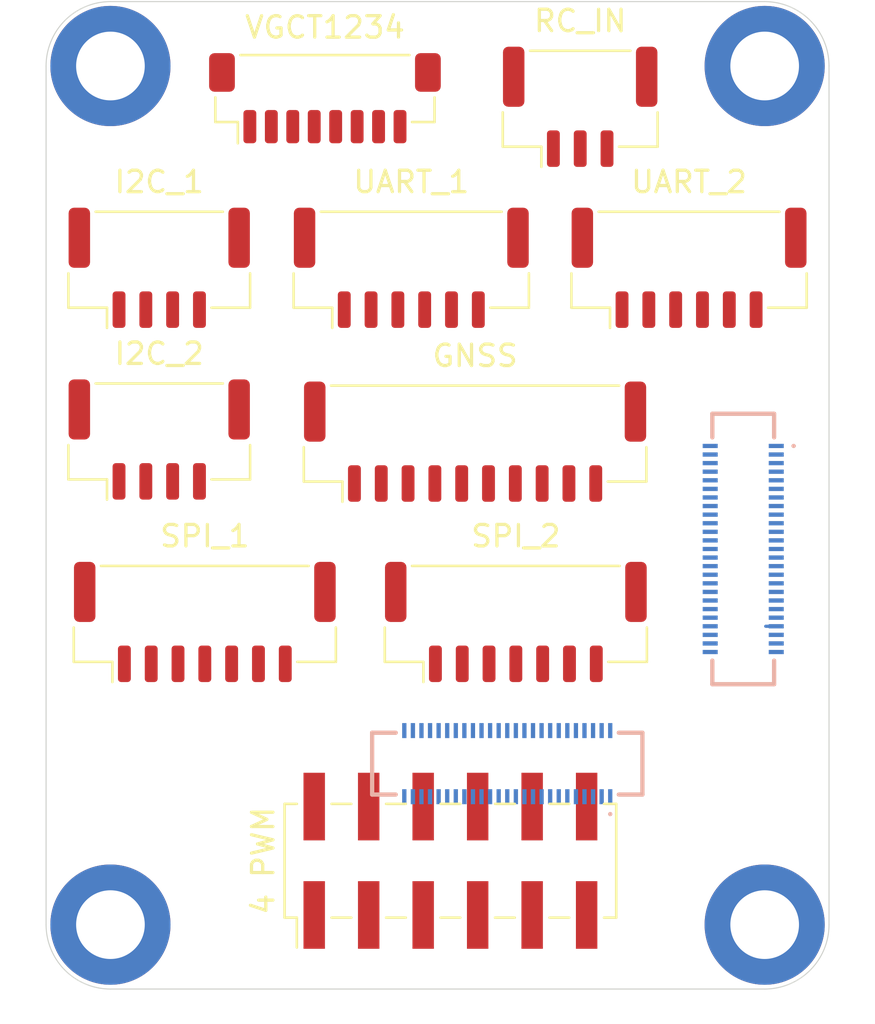
<source format=kicad_pcb>
(kicad_pcb (version 20241229) (generator "pcbnew") (generator_version "9.0")
  (layers (0 "F.Cu" signal) (4 "In1.Cu" signal) (6 "In2.Cu" signal) (2 "B.Cu" signal) (13 "F.Paste" user) (15 "B.Paste" user) (5 "F.SilkS" user "F.Silkscreen") (7 "B.SilkS" user "B.Silkscreen") (1 "F.Mask" user) (3 "B.Mask" user) (25 "Edge.Cuts" user))
  (net 0 "")
  (net 1 "GND")
  (net 2 "+5V")
  (net 3 "ANA_22{slash}OPAMP2_INN")
  (net 4 "ANA_6{slash}DAC2_OUT")
  (net 5 "P4_3{slash}FC2_P3")
  (net 6 "P1_9{slash}I3C1_SCL{slash}FC4_P1")
  (net 8 "P3_13{slash}FC6_P5")
  (net 9 "P3_10{slash}FC6_P2")
  (net 10 "P4_23{slash}FC2_P6")
  (net 11 "+1V8")
  (net 12 "P4_1{slash}FC2_P1")
  (net 13 "P4_2{slash}FC2_P2")
  (net 14 "P3_1{slash}FC6_P0")
  (net 15 "P3_21{slash}FLEXIO0_D29")
  (net 16 "P0_23{slash}FLEXIO0_D7")
  (net 17 "P2_10{slash}TRACE_DATA2")
  (net 18 "P3_6{slash}FC6_P1")
  (net 19 "VDD_BAT")
  (net 20 "P4_20{slash}FC2_P4")
  (net 21 "P1_8{slash}I3C1_SDA{slash}FC4_P0")
  (net 22 "P4_0{slash}FC2_P0")
  (net 23 "P2_11{slash}TRACE_DATA3")
  (net 24 "P3_11{slash}FC6_P3")
  (net 25 "P3_18{slash}FC6_P6")
  (net 26 "P1_23{slash}FC4_P3")
  (net 27 "P1_22{slash}FC4_P2")
  (net 28 "P0_18{slash}FC0_P2{slash}IMU_SYNC")
  (net 29 "P0_17{slash}FC0_P1")
  (net 30 "P3_4{slash}FC7_P2_SPI_SDI")
  (net 31 "P3_0{slash}SmartDMA_PIO0")
  (net 32 "P1_17{slash}FC3_P5")
  (net 33 "P3_19{slash}FC7_P6_SPI_HREQ")
  (net 34 "P1_2{slash}FC3_P2_SPI_SDI")
  (net 35 "P0_22{slash}FC0_P6")
  (net 36 "P1_16{slash}FC3_P4")
  (net 37 "P0_7{slash}FC0_P3")
  (net 38 "P1_3{slash}FC3_P3_SPI_CS0")
  (net 39 "P2_8{slash}SDHC0_D7")
  (net 40 "P3_2{slash}FC7_P0_SPI_SDO")
  (net 41 "P3_7{slash}SmartDMA_PIO7")
  (net 42 "P3_8{slash}SmartDMA_PIO8")
  (net 43 "P0_16{slash}FC0_P0")
  (net 44 "P2_1{slash}SDHC0_D4")
  (net 45 "P2_3{slash}SDHC0_D0{slash}FC9_P1_SPI_SCK")
  (net 46 "P3_5{slash}FC7_P3_SPI_CS0")
  (net 47 "P2_2{slash}SDHC0_D1{slash}FC9_P3_SPI_CS0")
  (net 48 "P2_6{slash}SDHC0_D3")
  (net 49 "P3_12{slash}FC7_P4")
  (net 50 "P3_3{slash}FC7_P1_SPI_SCK")
  (net 51 "P2_7{slash}SDHC0_D2")
  (net 52 "P3_9{slash}SmartDMA_PIO9")
  (net 53 "P2_9{slash}SDHC0_D6")
  (net 54 "P2_5{slash}SDHC0_CMD{slash}FC9_P2_SPI_SDI")
  (net 55 "P1_0{slash}FC3_P0_SPI_SDO")
  (net 56 "P2_4{slash}SDHC0_CLK{slash}FC9_P0_SPI_SDO")
  (net 57 "P1_18{slash}FC3_P6_SPI_HREQ")
  (net 58 "P1_1{slash}FC3_P1_SPI_SCK")
  (net 59 "P2_0{slash}SDHC0_D5{slash}FC9_P6_SPI_HREQ")
  (footprint "Connector_JST:JST_GH_BM06B-GHS-TBT_1x06-1MP_P1.25mm_Vertical" (layer "F.Cu") (at 134.025 64.4)
    (property "Reference" "UART_1" (at 0 -4 0) (layer "F.SilkS"))
    (property "Value" "JST_GH_BM06B-GHS-TBT_1x06-1MP_P1.25mm_Vertical" (hide yes))
    (fp_line (start -5.485 0.26) (end -5.485 1.86) (stroke (width 0.12)) (layer "F.SilkS"))
    (fp_line (start -5.485 1.86) (end -3.685 1.86) (stroke (width 0.12)) (layer "F.SilkS"))
    (fp_line (start -4.215 -2.61) (end 4.215 -2.61) (stroke (width 0.12)) (layer "F.SilkS"))
    (fp_line (start -3.685 1.86) (end -3.685 2.8) (stroke (width 0.12)) (layer "F.SilkS"))
    (fp_line (start 5.485 0.26) (end 5.485 1.86) (stroke (width 0.12)) (layer "F.SilkS"))
    (fp_line (start 5.485 1.86) (end 3.685 1.86) (stroke (width 0.12)) (layer "F.SilkS"))
    (pad "1" smd roundrect (at -3.125 1.95) (size 0.6 1.7) (layers "F.Cu" "F.Mask" "F.Paste"))
    (pad "2" smd roundrect (at -1.875 1.95) (size 0.6 1.7) (layers "F.Cu" "F.Mask" "F.Paste"))
    (pad "3" smd roundrect (at -0.625 1.95) (size 0.6 1.7) (layers "F.Cu" "F.Mask" "F.Paste"))
    (pad "4" smd roundrect (at 0.625 1.95) (size 0.6 1.7) (layers "F.Cu" "F.Mask" "F.Paste"))
    (pad "5" smd roundrect (at 1.875 1.95) (size 0.6 1.7) (layers "F.Cu" "F.Mask" "F.Paste"))
    (pad "6" smd roundrect (at 3.125 1.95) (size 0.6 1.7) (layers "F.Cu" "F.Mask" "F.Paste"))
    (pad "MP" smd roundrect (at -4.975 -1.4) (size 1 2.8) (layers "F.Cu" "F.Mask" "F.Paste"))
    (pad "MP" smd roundrect (at 4.975 -1.4) (size 1 2.8) (layers "F.Cu" "F.Mask" "F.Paste"))
  )
  (footprint "Connector_JST:JST_SH_BM08B-SRSS-TB_1x08-1MP_P1.00mm_Vertical" (layer "F.Cu") (at 130 56.5)
    (property "Reference" "VGCT1234" (at 0 -3.3 0) (layer "F.SilkS"))
    (property "Value" "JST_SH_BM08B-SRSS-TB_1x08-1MP_P1.00mm_Vertical" (hide yes))
    (fp_line (start -5.11 -0.04) (end -5.11 1.11) (stroke (width 0.12)) (layer "F.SilkS"))
    (fp_line (start -5.11 1.11) (end -4.06 1.11) (stroke (width 0.12)) (layer "F.SilkS"))
    (fp_line (start -4.06 1.11) (end -4.06 2.1) (stroke (width 0.12)) (layer "F.SilkS"))
    (fp_line (start -3.94 -2.01) (end 3.94 -2.01) (stroke (width 0.12)) (layer "F.SilkS"))
    (fp_line (start 5.11 -0.04) (end 5.11 1.11) (stroke (width 0.12)) (layer "F.SilkS"))
    (fp_line (start 5.11 1.11) (end 4.06 1.11) (stroke (width 0.12)) (layer "F.SilkS"))
    (pad "1" smd roundrect (at -3.5 1.325) (size 0.6 1.55) (layers "F.Cu" "F.Mask" "F.Paste"))
    (pad "2" smd roundrect (at -2.5 1.325) (size 0.6 1.55) (layers "F.Cu" "F.Mask" "F.Paste"))
    (pad "3" smd roundrect (at -1.5 1.325) (size 0.6 1.55) (layers "F.Cu" "F.Mask" "F.Paste"))
    (pad "4" smd roundrect (at -0.5 1.325) (size 0.6 1.55) (layers "F.Cu" "F.Mask" "F.Paste"))
    (pad "5" smd roundrect (at 0.5 1.325) (size 0.6 1.55) (layers "F.Cu" "F.Mask" "F.Paste"))
    (pad "6" smd roundrect (at 1.5 1.325) (size 0.6 1.55) (layers "F.Cu" "F.Mask" "F.Paste"))
    (pad "7" smd roundrect (at 2.5 1.325) (size 0.6 1.55) (layers "F.Cu" "F.Mask" "F.Paste"))
    (pad "8" smd roundrect (at 3.5 1.325) (size 0.6 1.55) (layers "F.Cu" "F.Mask" "F.Paste"))
    (pad "MP" smd roundrect (at -4.8 -1.2) (size 1.2 1.8) (layers "F.Cu" "F.Mask" "F.Paste") (roundrect_rratio 0.208333))
    (pad "MP" smd roundrect (at 4.8 -1.2) (size 1.2 1.8) (layers "F.Cu" "F.Mask" "F.Paste") (roundrect_rratio 0.208333))
  )
  (footprint "Connector_JST:JST_GH_BM03B-GHS-TBT_1x03-1MP_P1.25mm_Vertical" (layer "F.Cu") (at 141.9 56.9)
    (property "Reference" "RC_IN" (at 0 -4 0) (layer "F.SilkS"))
    (property "Value" "JST_GH_BM03B-GHS-TBT_1x03-1MP_P1.25mm_Vertical" (hide yes))
    (fp_line (start -3.61 0.26) (end -3.61 1.86) (stroke (width 0.12)) (layer "F.SilkS"))
    (fp_line (start -3.61 1.86) (end -1.81 1.86) (stroke (width 0.12)) (layer "F.SilkS"))
    (fp_line (start -2.34 -2.61) (end 2.34 -2.61) (stroke (width 0.12)) (layer "F.SilkS"))
    (fp_line (start -1.81 1.86) (end -1.81 2.8) (stroke (width 0.12)) (layer "F.SilkS"))
    (fp_line (start 3.61 0.26) (end 3.61 1.86) (stroke (width 0.12)) (layer "F.SilkS"))
    (fp_line (start 3.61 1.86) (end 1.81 1.86) (stroke (width 0.12)) (layer "F.SilkS"))
    (pad "1" smd roundrect (at -1.25 1.95) (size 0.6 1.7) (layers "F.Cu" "F.Mask" "F.Paste"))
    (pad "2" smd roundrect (at 0 1.95) (size 0.6 1.7) (layers "F.Cu" "F.Mask" "F.Paste"))
    (pad "3" smd roundrect (at 1.25 1.95) (size 0.6 1.7) (layers "F.Cu" "F.Mask" "F.Paste"))
    (pad "MP" smd roundrect (at -3.1 -1.4) (size 1 2.8) (layers "F.Cu" "F.Mask" "F.Paste"))
    (pad "MP" smd roundrect (at 3.1 -1.4) (size 1 2.8) (layers "F.Cu" "F.Mask" "F.Paste"))
  )
  (footprint "MountingHole:MountingHole_3.2mm_M3_DIN965_Pad" (layer "F.Cu") (at 120 95)
    (property "Reference" "H2" (hide yes))
    (property "Value" "MountingHole")
    (pad "1" thru_hole circle (at 0 0) (size 5.6 5.6) (drill 3.2) (layers "*.Cu" "*.Mask") (net 1 "GND"))
  )
  (footprint "Connector_JST:JST_GH_BM10B-GHS-TBT_1x10-1MP_P1.25mm_Vertical" (layer "F.Cu") (at 137 72.5)
    (property "Reference" "GNSS" (at 0 -4 0) (layer "F.SilkS"))
    (property "Value" "JST_GH_BM10B-GHS-TBT_1x10-1MP_P1.25mm_Vertical" (hide yes))
    (fp_line (start -7.985 0.26) (end -7.985 1.86) (stroke (width 0.12)) (layer "F.SilkS"))
    (fp_line (start -7.985 1.86) (end -6.185 1.86) (stroke (width 0.12)) (layer "F.SilkS"))
    (fp_line (start -6.715 -2.61) (end 6.715 -2.61) (stroke (width 0.12)) (layer "F.SilkS"))
    (fp_line (start -6.185 1.86) (end -6.185 2.8) (stroke (width 0.12)) (layer "F.SilkS"))
    (fp_line (start 7.985 0.26) (end 7.985 1.86) (stroke (width 0.12)) (layer "F.SilkS"))
    (fp_line (start 7.985 1.86) (end 6.185 1.86) (stroke (width 0.12)) (layer "F.SilkS"))
    (pad "1" smd roundrect (at -5.625 1.95) (size 0.6 1.7) (layers "F.Cu" "F.Mask" "F.Paste"))
    (pad "2" smd roundrect (at -4.375 1.95) (size 0.6 1.7) (layers "F.Cu" "F.Mask" "F.Paste"))
    (pad "3" smd roundrect (at -3.125 1.95) (size 0.6 1.7) (layers "F.Cu" "F.Mask" "F.Paste"))
    (pad "4" smd roundrect (at -1.875 1.95) (size 0.6 1.7) (layers "F.Cu" "F.Mask" "F.Paste"))
    (pad "5" smd roundrect (at -0.625 1.95) (size 0.6 1.7) (layers "F.Cu" "F.Mask" "F.Paste"))
    (pad "6" smd roundrect (at 0.625 1.95) (size 0.6 1.7) (layers "F.Cu" "F.Mask" "F.Paste"))
    (pad "7" smd roundrect (at 1.875 1.95) (size 0.6 1.7) (layers "F.Cu" "F.Mask" "F.Paste"))
    (pad "8" smd roundrect (at 3.125 1.95) (size 0.6 1.7) (layers "F.Cu" "F.Mask" "F.Paste"))
    (pad "9" smd roundrect (at 4.375 1.95) (size 0.6 1.7) (layers "F.Cu" "F.Mask" "F.Paste"))
    (pad "10" smd roundrect (at 5.625 1.95) (size 0.6 1.7) (layers "F.Cu" "F.Mask" "F.Paste"))
    (pad "MP" smd roundrect (at -7.475 -1.4) (size 1 2.8) (layers "F.Cu" "F.Mask" "F.Paste"))
    (pad "MP" smd roundrect (at 7.475 -1.4) (size 1 2.8) (layers "F.Cu" "F.Mask" "F.Paste"))
  )
  (footprint "MountingHole:MountingHole_3.2mm_M3_DIN965_Pad" (layer "F.Cu") (at 150.5 55)
    (property "Reference" "H3" (hide yes))
    (property "Value" "MountingHole")
    (pad "1" thru_hole circle (at 0 0) (size 5.6 5.6) (drill 3.2) (layers "*.Cu" "*.Mask") (net 1 "GND"))
  )
  (footprint "Connector_PinHeader_2.54mm:PinHeader_2x06_P2.54mm_Vertical_SMD" (layer "F.Cu") (at 135.85 92.025 90)
    (property "Reference" "4 PWM" (at 0 -8.73 90) (layer "F.SilkS"))
    (property "Value" "PinHeader_2x06_P2.54mm_Vertical_SMD" (hide yes))
    (fp_line (start 2.65 -7.73) (end 2.65 -7.16) (stroke (width 0.12)) (layer "F.SilkS"))
    (fp_line (start -2.65 -7.73) (end 2.65 -7.73) (stroke (width 0.12)) (layer "F.SilkS"))
    (fp_line (start -2.65 -7.73) (end -2.65 -7.16) (stroke (width 0.12)) (layer "F.SilkS"))
    (fp_line (start -4.04 -7.16) (end -2.65 -7.16) (stroke (width 0.12)) (layer "F.SilkS"))
    (fp_line (start 2.65 -5.54) (end 2.65 -4.62) (stroke (width 0.12)) (layer "F.SilkS"))
    (fp_line (start -2.65 -5.54) (end -2.65 -4.62) (stroke (width 0.12)) (layer "F.SilkS"))
    (fp_line (start 2.65 -3) (end 2.65 -2.08) (stroke (width 0.12)) (layer "F.SilkS"))
    (fp_line (start -2.65 -3) (end -2.65 -2.08) (stroke (width 0.12)) (layer "F.SilkS"))
    (fp_line (start 2.65 -0.46) (end 2.65 0.46) (stroke (width 0.12)) (layer "F.SilkS"))
    (fp_line (start -2.65 -0.46) (end -2.65 0.46) (stroke (width 0.12)) (layer "F.SilkS"))
    (fp_line (start 2.65 2.08) (end 2.65 3) (stroke (width 0.12)) (layer "F.SilkS"))
    (fp_line (start -2.65 2.08) (end -2.65 3) (stroke (width 0.12)) (layer "F.SilkS"))
    (fp_line (start 2.65 4.62) (end 2.65 5.54) (stroke (width 0.12)) (layer "F.SilkS"))
    (fp_line (start -2.65 4.62) (end -2.65 5.54) (stroke (width 0.12)) (layer "F.SilkS"))
    (fp_line (start 2.65 7.16) (end 2.65 7.73) (stroke (width 0.12)) (layer "F.SilkS"))
    (fp_line (start -2.65 7.16) (end -2.65 7.73) (stroke (width 0.12)) (layer "F.SilkS"))
    (fp_line (start -2.65 7.73) (end 2.65 7.73) (stroke (width 0.12)) (layer "F.SilkS"))
    (pad "1" smd rect (at -2.525 -6.35 90) (size 3.15 1) (layers "F.Cu" "F.Mask" "F.Paste"))
    (pad "2" smd rect (at 2.525 -6.35 90) (size 3.15 1) (layers "F.Cu" "F.Mask" "F.Paste"))
    (pad "3" smd rect (at -2.525 -3.81 90) (size 3.15 1) (layers "F.Cu" "F.Mask" "F.Paste"))
    (pad "4" smd rect (at 2.525 -3.81 90) (size 3.15 1) (layers "F.Cu" "F.Mask" "F.Paste"))
    (pad "5" smd rect (at -2.525 -1.27 90) (size 3.15 1) (layers "F.Cu" "F.Mask" "F.Paste"))
    (pad "6" smd rect (at 2.525 -1.27 90) (size 3.15 1) (layers "F.Cu" "F.Mask" "F.Paste"))
    (pad "7" smd rect (at -2.525 1.27 90) (size 3.15 1) (layers "F.Cu" "F.Mask" "F.Paste"))
    (pad "8" smd rect (at 2.525 1.27 90) (size 3.15 1) (layers "F.Cu" "F.Mask" "F.Paste"))
    (pad "9" smd rect (at -2.525 3.81 90) (size 3.15 1) (layers "F.Cu" "F.Mask" "F.Paste"))
    (pad "10" smd rect (at 2.525 3.81 90) (size 3.15 1) (layers "F.Cu" "F.Mask" "F.Paste"))
    (pad "11" smd rect (at -2.525 6.35 90) (size 3.15 1) (layers "F.Cu" "F.Mask" "F.Paste"))
    (pad "12" smd rect (at 2.525 6.35 90) (size 3.15 1) (layers "F.Cu" "F.Mask" "F.Paste"))
  )
  (footprint "Connector_JST:JST_GH_BM07B-GHS-TBT_1x07-1MP_P1.25mm_Vertical" (layer "F.Cu") (at 138.9 80.9)
    (property "Reference" "SPI_2" (at 0 -4 0) (layer "F.SilkS"))
    (property "Value" "JST_GH_BM07B-GHS-TBT_1x07-1MP_P1.25mm_Vertical" (hide yes))
    (fp_line (start -6.11 0.26) (end -6.11 1.86) (stroke (width 0.12)) (layer "F.SilkS"))
    (fp_line (start -6.11 1.86) (end -4.31 1.86) (stroke (width 0.12)) (layer "F.SilkS"))
    (fp_line (start -4.84 -2.61) (end 4.84 -2.61) (stroke (width 0.12)) (layer "F.SilkS"))
    (fp_line (start -4.31 1.86) (end -4.31 2.8) (stroke (width 0.12)) (layer "F.SilkS"))
    (fp_line (start 6.11 0.26) (end 6.11 1.86) (stroke (width 0.12)) (layer "F.SilkS"))
    (fp_line (start 6.11 1.86) (end 4.31 1.86) (stroke (width 0.12)) (layer "F.SilkS"))
    (pad "1" smd roundrect (at -3.75 1.95) (size 0.6 1.7) (layers "F.Cu" "F.Mask" "F.Paste"))
    (pad "2" smd roundrect (at -2.5 1.95) (size 0.6 1.7) (layers "F.Cu" "F.Mask" "F.Paste"))
    (pad "3" smd roundrect (at -1.25 1.95) (size 0.6 1.7) (layers "F.Cu" "F.Mask" "F.Paste"))
    (pad "4" smd roundrect (at 0 1.95) (size 0.6 1.7) (layers "F.Cu" "F.Mask" "F.Paste"))
    (pad "5" smd roundrect (at 1.25 1.95) (size 0.6 1.7) (layers "F.Cu" "F.Mask" "F.Paste"))
    (pad "6" smd roundrect (at 2.5 1.95) (size 0.6 1.7) (layers "F.Cu" "F.Mask" "F.Paste"))
    (pad "7" smd roundrect (at 3.75 1.95) (size 0.6 1.7) (layers "F.Cu" "F.Mask" "F.Paste"))
    (pad "MP" smd roundrect (at -5.6 -1.4) (size 1 2.8) (layers "F.Cu" "F.Mask" "F.Paste"))
    (pad "MP" smd roundrect (at 5.6 -1.4) (size 1 2.8) (layers "F.Cu" "F.Mask" "F.Paste"))
  )
  (footprint "MountingHole:MountingHole_3.2mm_M3_DIN965_Pad" (layer "F.Cu") (at 150.5 95)
    (property "Reference" "H4" (hide yes))
    (property "Value" "MountingHole")
    (pad "1" thru_hole circle (at 0 0) (size 5.6 5.6) (drill 3.2) (layers "*.Cu" "*.Mask") (net 1 "GND"))
  )
  (footprint "Connector_JST:JST_GH_BM04B-GHS-TBT_1x04-1MP_P1.25mm_Vertical" (layer "F.Cu") (at 122.275 64.4)
    (property "Reference" "I2C_1" (at 0 -4 0) (layer "F.SilkS"))
    (property "Value" "JST_GH_BM04B-GHS-TBT_1x04-1MP_P1.25mm_Vertical" (hide yes))
    (fp_line (start -4.235 0.26) (end -4.235 1.86) (stroke (width 0.12)) (layer "F.SilkS"))
    (fp_line (start -4.235 1.86) (end -2.435 1.86) (stroke (width 0.12)) (layer "F.SilkS"))
    (fp_line (start -2.965 -2.61) (end 2.965 -2.61) (stroke (width 0.12)) (layer "F.SilkS"))
    (fp_line (start -2.435 1.86) (end -2.435 2.8) (stroke (width 0.12)) (layer "F.SilkS"))
    (fp_line (start 4.235 0.26) (end 4.235 1.86) (stroke (width 0.12)) (layer "F.SilkS"))
    (fp_line (start 4.235 1.86) (end 2.435 1.86) (stroke (width 0.12)) (layer "F.SilkS"))
    (pad "1" smd roundrect (at -1.875 1.95) (size 0.6 1.7) (layers "F.Cu" "F.Mask" "F.Paste"))
    (pad "2" smd roundrect (at -0.625 1.95) (size 0.6 1.7) (layers "F.Cu" "F.Mask" "F.Paste"))
    (pad "3" smd roundrect (at 0.625 1.95) (size 0.6 1.7) (layers "F.Cu" "F.Mask" "F.Paste"))
    (pad "4" smd roundrect (at 1.875 1.95) (size 0.6 1.7) (layers "F.Cu" "F.Mask" "F.Paste"))
    (pad "MP" smd roundrect (at -3.725 -1.4) (size 1 2.8) (layers "F.Cu" "F.Mask" "F.Paste"))
    (pad "MP" smd roundrect (at 3.725 -1.4) (size 1 2.8) (layers "F.Cu" "F.Mask" "F.Paste"))
  )
  (footprint "Connector_JST:JST_GH_BM06B-GHS-TBT_1x06-1MP_P1.25mm_Vertical" (layer "F.Cu") (at 146.975 64.4)
    (property "Reference" "UART_2" (at 0 -4 0) (layer "F.SilkS"))
    (property "Value" "JST_GH_BM06B-GHS-TBT_1x06-1MP_P1.25mm_Vertical" (hide yes))
    (fp_line (start -5.485 0.26) (end -5.485 1.86) (stroke (width 0.12)) (layer "F.SilkS"))
    (fp_line (start -5.485 1.86) (end -3.685 1.86) (stroke (width 0.12)) (layer "F.SilkS"))
    (fp_line (start -4.215 -2.61) (end 4.215 -2.61) (stroke (width 0.12)) (layer "F.SilkS"))
    (fp_line (start -3.685 1.86) (end -3.685 2.8) (stroke (width 0.12)) (layer "F.SilkS"))
    (fp_line (start 5.485 0.26) (end 5.485 1.86) (stroke (width 0.12)) (layer "F.SilkS"))
    (fp_line (start 5.485 1.86) (end 3.685 1.86) (stroke (width 0.12)) (layer "F.SilkS"))
    (pad "1" smd roundrect (at -3.125 1.95) (size 0.6 1.7) (layers "F.Cu" "F.Mask" "F.Paste"))
    (pad "2" smd roundrect (at -1.875 1.95) (size 0.6 1.7) (layers "F.Cu" "F.Mask" "F.Paste"))
    (pad "3" smd roundrect (at -0.625 1.95) (size 0.6 1.7) (layers "F.Cu" "F.Mask" "F.Paste"))
    (pad "4" smd roundrect (at 0.625 1.95) (size 0.6 1.7) (layers "F.Cu" "F.Mask" "F.Paste"))
    (pad "5" smd roundrect (at 1.875 1.95) (size 0.6 1.7) (layers "F.Cu" "F.Mask" "F.Paste"))
    (pad "6" smd roundrect (at 3.125 1.95) (size 0.6 1.7) (layers "F.Cu" "F.Mask" "F.Paste"))
    (pad "MP" smd roundrect (at -4.975 -1.4) (size 1 2.8) (layers "F.Cu" "F.Mask" "F.Paste"))
    (pad "MP" smd roundrect (at 4.975 -1.4) (size 1 2.8) (layers "F.Cu" "F.Mask" "F.Paste"))
  )
  (footprint "MountingHole:MountingHole_3.2mm_M3_DIN965_Pad" (layer "F.Cu") (at 120 55)
    (property "Reference" "H1" (hide yes))
    (property "Value" "MountingHole")
    (pad "1" thru_hole circle (at 0 0) (size 5.6 5.6) (drill 3.2) (layers "*.Cu" "*.Mask") (net 1 "GND"))
  )
  (footprint "Connector_JST:JST_GH_BM04B-GHS-TBT_1x04-1MP_P1.25mm_Vertical" (layer "F.Cu") (at 122.275 72.4)
    (property "Reference" "I2C_2" (at 0 -4 0) (layer "F.SilkS"))
    (property "Value" "JST_GH_BM04B-GHS-TBT_1x04-1MP_P1.25mm_Vertical" (hide yes))
    (fp_line (start -4.235 0.26) (end -4.235 1.86) (stroke (width 0.12)) (layer "F.SilkS"))
    (fp_line (start -4.235 1.86) (end -2.435 1.86) (stroke (width 0.12)) (layer "F.SilkS"))
    (fp_line (start -2.965 -2.61) (end 2.965 -2.61) (stroke (width 0.12)) (layer "F.SilkS"))
    (fp_line (start -2.435 1.86) (end -2.435 2.8) (stroke (width 0.12)) (layer "F.SilkS"))
    (fp_line (start 4.235 0.26) (end 4.235 1.86) (stroke (width 0.12)) (layer "F.SilkS"))
    (fp_line (start 4.235 1.86) (end 2.435 1.86) (stroke (width 0.12)) (layer "F.SilkS"))
    (pad "1" smd roundrect (at -1.875 1.95) (size 0.6 1.7) (layers "F.Cu" "F.Mask" "F.Paste"))
    (pad "2" smd roundrect (at -0.625 1.95) (size 0.6 1.7) (layers "F.Cu" "F.Mask" "F.Paste"))
    (pad "3" smd roundrect (at 0.625 1.95) (size 0.6 1.7) (layers "F.Cu" "F.Mask" "F.Paste"))
    (pad "4" smd roundrect (at 1.875 1.95) (size 0.6 1.7) (layers "F.Cu" "F.Mask" "F.Paste"))
    (pad "MP" smd roundrect (at -3.725 -1.4) (size 1 2.8) (layers "F.Cu" "F.Mask" "F.Paste"))
    (pad "MP" smd roundrect (at 3.725 -1.4) (size 1 2.8) (layers "F.Cu" "F.Mask" "F.Paste"))
  )
  (footprint "Connector_JST:JST_GH_BM07B-GHS-TBT_1x07-1MP_P1.25mm_Vertical" (layer "F.Cu") (at 124.4 80.9)
    (property "Reference" "SPI_1" (at 0 -4 0) (layer "F.SilkS"))
    (property "Value" "JST_GH_BM07B-GHS-TBT_1x07-1MP_P1.25mm_Vertical" (hide yes))
    (fp_line (start -6.11 0.26) (end -6.11 1.86) (stroke (width 0.12)) (layer "F.SilkS"))
    (fp_line (start -6.11 1.86) (end -4.31 1.86) (stroke (width 0.12)) (layer "F.SilkS"))
    (fp_line (start -4.84 -2.61) (end 4.84 -2.61) (stroke (width 0.12)) (layer "F.SilkS"))
    (fp_line (start -4.31 1.86) (end -4.31 2.8) (stroke (width 0.12)) (layer "F.SilkS"))
    (fp_line (start 6.11 0.26) (end 6.11 1.86) (stroke (width 0.12)) (layer "F.SilkS"))
    (fp_line (start 6.11 1.86) (end 4.31 1.86) (stroke (width 0.12)) (layer "F.SilkS"))
    (pad "1" smd roundrect (at -3.75 1.95) (size 0.6 1.7) (layers "F.Cu" "F.Mask" "F.Paste"))
    (pad "2" smd roundrect (at -2.5 1.95) (size 0.6 1.7) (layers "F.Cu" "F.Mask" "F.Paste"))
    (pad "3" smd roundrect (at -1.25 1.95) (size 0.6 1.7) (layers "F.Cu" "F.Mask" "F.Paste"))
    (pad "4" smd roundrect (at 0 1.95) (size 0.6 1.7) (layers "F.Cu" "F.Mask" "F.Paste"))
    (pad "5" smd roundrect (at 1.25 1.95) (size 0.6 1.7) (layers "F.Cu" "F.Mask" "F.Paste"))
    (pad "6" smd roundrect (at 2.5 1.95) (size 0.6 1.7) (layers "F.Cu" "F.Mask" "F.Paste"))
    (pad "7" smd roundrect (at 3.75 1.95) (size 0.6 1.7) (layers "F.Cu" "F.Mask" "F.Paste"))
    (pad "MP" smd roundrect (at -5.6 -1.4) (size 1 2.8) (layers "F.Cu" "F.Mask" "F.Paste"))
    (pad "MP" smd roundrect (at 5.6 -1.4) (size 1 2.8) (layers "F.Cu" "F.Mask" "F.Paste"))
  )
  (footprint "Connectors:DF40TC(4.0)-50DS-0.4V(51)" (layer "B.Cu") (at 149.5 77.5 -90)
    (property "Reference" "J2" (hide yes))
    (property "Value" "DF40TC(4.0)-50DS-0.4V(51)" (hide yes))
    (fp_line (start -6.3 1.44) (end -5.2 1.44) (stroke (width 0.2)) (layer "B.SilkS"))
    (fp_line (start 6.3 1.44) (end 5.2 1.44) (stroke (width 0.2)) (layer "B.SilkS"))
    (fp_line (start -6.3 -1.44) (end -6.3 1.44) (stroke (width 0.2)) (layer "B.SilkS"))
    (fp_line (start -5.2 -1.44) (end -6.3 -1.44) (stroke (width 0.2)) (layer "B.SilkS"))
    (fp_line (start 5.2 -1.44) (end 6.3 -1.44) (stroke (width 0.2)) (layer "B.SilkS"))
    (fp_line (start 6.3 -1.44) (end 6.3 1.44) (stroke (width 0.2)) (layer "B.SilkS"))
    (fp_line (start -4.8 -2.3) (end -4.8 -2.3) (stroke (width 0.1)) (layer "B.SilkS"))
    (fp_line (start -4.8 -2.4) (end -4.8 -2.4) (stroke (width 0.1)) (layer "B.SilkS"))
    (fp_arc (start -4.8 -2.3) (mid -4.85 -2.35) (end -4.8 -2.4) (stroke (width 0.1)) (layer "B.SilkS"))
    (fp_arc (start -4.8 -2.4) (mid -4.75 -2.35) (end -4.8 -2.3) (stroke (width 0.1)) (layer "B.SilkS"))
    (pad "1" smd rect (at -4.8 -1.54 270) (size 0.2 0.7) (layers "B.Cu" "B.Mask" "B.Paste") (net 1 "GND"))
    (pad "2" smd rect (at -4.8 1.54 270) (size 0.2 0.7) (layers "B.Cu" "B.Mask" "B.Paste") (net 1 "GND"))
    (pad "3" smd rect (at -4.4 -1.54 270) (size 0.2 0.7) (layers "B.Cu" "B.Mask" "B.Paste") (net 31 "P3_0{slash}SmartDMA_PIO0"))
    (pad "4" smd rect (at -4.4 1.54 270) (size 0.2 0.7) (layers "B.Cu" "B.Mask" "B.Paste") (net 54 "P2_5{slash}SDHC0_CMD{slash}FC9_P2_SPI_SDI"))
    (pad "5" smd rect (at -4 -1.54 270) (size 0.2 0.7) (layers "B.Cu" "B.Mask" "B.Paste") (net 41 "P3_7{slash}SmartDMA_PIO7"))
    (pad "6" smd rect (at -4 1.54 270) (size 0.2 0.7) (layers "B.Cu" "B.Mask" "B.Paste") (net 56 "P2_4{slash}SDHC0_CLK{slash}FC9_P0_SPI_SDO"))
    (pad "7" smd rect (at -3.6 -1.54 270) (size 0.2 0.7) (layers "B.Cu" "B.Mask" "B.Paste") (net 1 "GND"))
    (pad "8" smd rect (at -3.6 1.54 270) (size 0.2 0.7) (layers "B.Cu" "B.Mask" "B.Paste") (net 1 "GND"))
    (pad "9" smd rect (at -3.2 -1.54 270) (size 0.2 0.7) (layers "B.Cu" "B.Mask" "B.Paste") (net 42 "P3_8{slash}SmartDMA_PIO8"))
    (pad "10" smd rect (at -3.2 1.54 270) (size 0.2 0.7) (layers "B.Cu" "B.Mask" "B.Paste") (net 45 "P2_3{slash}SDHC0_D0{slash}FC9_P1_SPI_SCK"))
    (pad "11" smd rect (at -2.8 -1.54 270) (size 0.2 0.7) (layers "B.Cu" "B.Mask" "B.Paste") (net 52 "P3_9{slash}SmartDMA_PIO9"))
    (pad "12" smd rect (at -2.8 1.54 270) (size 0.2 0.7) (layers "B.Cu" "B.Mask" "B.Paste") (net 47 "P2_2{slash}SDHC0_D1{slash}FC9_P3_SPI_CS0"))
    (pad "13" smd rect (at -2.4 -1.54 270) (size 0.2 0.7) (layers "B.Cu" "B.Mask" "B.Paste") (net 1 "GND"))
    (pad "14" smd rect (at -2.4 1.54 270) (size 0.2 0.7) (layers "B.Cu" "B.Mask" "B.Paste") (net 1 "GND"))
    (pad "15" smd rect (at -2 -1.54 270) (size 0.2 0.7) (layers "B.Cu" "B.Mask" "B.Paste") (net 55 "P1_0{slash}FC3_P0_SPI_SDO"))
    (pad "16" smd rect (at -2 1.54 270) (size 0.2 0.7) (layers "B.Cu" "B.Mask" "B.Paste") (net 51 "P2_7{slash}SDHC0_D2"))
    (pad "17" smd rect (at -1.6 -1.54 270) (size 0.2 0.7) (layers "B.Cu" "B.Mask" "B.Paste") (net 58 "P1_1{slash}FC3_P1_SPI_SCK"))
    (pad "18" smd rect (at -1.6 1.54 270) (size 0.2 0.7) (layers "B.Cu" "B.Mask" "B.Paste") (net 48 "P2_6{slash}SDHC0_D3"))
    (pad "19" smd rect (at -1.2 -1.54 270) (size 0.2 0.7) (layers "B.Cu" "B.Mask" "B.Paste") (net 1 "GND"))
    (pad "20" smd rect (at -1.2 1.54 270) (size 0.2 0.7) (layers "B.Cu" "B.Mask" "B.Paste") (net 1 "GND"))
    (pad "21" smd rect (at -0.8 -1.54 270) (size 0.2 0.7) (layers "B.Cu" "B.Mask" "B.Paste") (net 34 "P1_2{slash}FC3_P2_SPI_SDI"))
    (pad "22" smd rect (at -0.8 1.54 270) (size 0.2 0.7) (layers "B.Cu" "B.Mask" "B.Paste") (net 44 "P2_1{slash}SDHC0_D4"))
    (pad "23" smd rect (at -0.4 -1.54 270) (size 0.2 0.7) (layers "B.Cu" "B.Mask" "B.Paste") (net 38 "P1_3{slash}FC3_P3_SPI_CS0"))
    (pad "24" smd rect (at -0.4 1.54 270) (size 0.2 0.7) (layers "B.Cu" "B.Mask" "B.Paste") (net 59 "P2_0{slash}SDHC0_D5{slash}FC9_P6_SPI_HREQ"))
    (pad "25" smd rect (at 0 -1.54 270) (size 0.2 0.7) (layers "B.Cu" "B.Mask" "B.Paste") (net 1 "GND"))
    (pad "26" smd rect (at 0 1.54 270) (size 0.2 0.7) (layers "B.Cu" "B.Mask" "B.Paste") (net 1 "GND"))
    (pad "27" smd rect (at 0.4 -1.54 270) (size 0.2 0.7) (layers "B.Cu" "B.Mask" "B.Paste") (net 57 "P1_18{slash}FC3_P6_SPI_HREQ"))
    (pad "28" smd rect (at 0.4 1.54 270) (size 0.2 0.7) (layers "B.Cu" "B.Mask" "B.Paste") (net 53 "P2_9{slash}SDHC0_D6"))
    (pad "29" smd rect (at 0.8 -1.54 270) (size 0.2 0.7) (layers "B.Cu" "B.Mask" "B.Paste") (net 1 "GND"))
    (pad "30" smd rect (at 0.8 1.54 270) (size 0.2 0.7) (layers "B.Cu" "B.Mask" "B.Paste") (net 39 "P2_8{slash}SDHC0_D7"))
    (pad "31" smd rect (at 1.2 -1.54 270) (size 0.2 0.7) (layers "B.Cu" "B.Mask" "B.Paste") (net 36 "P1_16{slash}FC3_P4"))
    (pad "32" smd rect (at 1.2 1.54 270) (size 0.2 0.7) (layers "B.Cu" "B.Mask" "B.Paste") (net 1 "GND"))
    (pad "33" smd rect (at 1.6 -1.54 270) (size 0.2 0.7) (layers "B.Cu" "B.Mask" "B.Paste") (net 32 "P1_17{slash}FC3_P5"))
    (pad "34" smd rect (at 1.6 1.54 270) (size 0.2 0.7) (layers "B.Cu" "B.Mask" "B.Paste") (net 40 "P3_2{slash}FC7_P0_SPI_SDO"))
    (pad "35" smd rect (at 2 -1.54 270) (size 0.2 0.7) (layers "B.Cu" "B.Mask" "B.Paste") (net 1 "GND"))
    (pad "36" smd rect (at 2 1.54 270) (size 0.2 0.7) (layers "B.Cu" "B.Mask" "B.Paste") (net 50 "P3_3{slash}FC7_P1_SPI_SCK"))
    (pad "37" smd rect (at 2.4 -1.54 270) (size 0.2 0.7) (layers "B.Cu" "B.Mask" "B.Paste") (net 43 "P0_16{slash}FC0_P0"))
    (pad "38" smd rect (at 2.4 1.54 270) (size 0.2 0.7) (layers "B.Cu" "B.Mask" "B.Paste") (net 1 "GND"))
    (pad "39" smd rect (at 2.8 -1.54 270) (size 0.2 0.7) (layers "B.Cu" "B.Mask" "B.Paste") (net 29 "P0_17{slash}FC0_P1"))
    (pad "40" smd rect (at 2.8 1.54 270) (size 0.2 0.7) (layers "B.Cu" "B.Mask" "B.Paste") (net 30 "P3_4{slash}FC7_P2_SPI_SDI"))
    (pad "41" smd rect (at 3.2 -1.54 270) (size 0.2 0.7) (layers "B.Cu" "B.Mask" "B.Paste") (net 1 "GND"))
    (pad "42" smd rect (at 3.2 1.54 270) (size 0.2 0.7) (layers "B.Cu" "B.Mask" "B.Paste") (net 46 "P3_5{slash}FC7_P3_SPI_CS0"))
    (pad "43" smd rect (at 3.6 -1.54 270) (size 0.2 0.7) (layers "B.Cu" "B.Mask" "B.Paste") (net 28 "P0_18{slash}FC0_P2{slash}IMU_SYNC"))
    (pad "44" smd rect (at 3.6 1.54 270) (size 0.2 0.7) (layers "B.Cu" "B.Mask" "B.Paste") (net 1 "GND"))
    (pad "45" smd rect (at 4 -1.54 270) (size 0.2 0.7) (layers "B.Cu" "B.Mask" "B.Paste") (net 37 "P0_7{slash}FC0_P3"))
    (pad "46" smd rect (at 4 1.54 270) (size 0.2 0.7) (layers "B.Cu" "B.Mask" "B.Paste") (net 33 "P3_19{slash}FC7_P6_SPI_HREQ"))
    (pad "47" smd rect (at 4.4 -1.54 270) (size 0.2 0.7) (layers "B.Cu" "B.Mask" "B.Paste") (net 35 "P0_22{slash}FC0_P6"))
    (pad "48" smd rect (at 4.4 1.54 270) (size 0.2 0.7) (layers "B.Cu" "B.Mask" "B.Paste") (net 49 "P3_12{slash}FC7_P4"))
    (pad "49" smd rect (at 4.8 -1.54 270) (size 0.2 0.7) (layers "B.Cu" "B.Mask" "B.Paste") (net 1 "GND"))
    (pad "50" smd rect (at 4.8 1.54 270) (size 0.2 0.7) (layers "B.Cu" "B.Mask" "B.Paste") (net 1 "GND"))
  )
  (footprint "Connectors:DF40TC(4.0)-50DS-0.4V(51)" (layer "B.Cu") (at 138.5 87.5 180)
    (property "Reference" "J1" (hide yes))
    (property "Value" "DF40TC(4.0)-50DS-0.4V(51)" (hide yes))
    (fp_line (start 6.3 1.44) (end 5.2 1.44) (stroke (width 0.2)) (layer "B.SilkS"))
    (fp_line (start 6.3 -1.44) (end 6.3 1.44) (stroke (width 0.2)) (layer "B.SilkS"))
    (fp_line (start 5.2 -1.44) (end 6.3 -1.44) (stroke (width 0.2)) (layer "B.SilkS"))
    (fp_line (start -4.8 -2.3) (end -4.8 -2.3) (stroke (width 0.1)) (layer "B.SilkS"))
    (fp_line (start -4.8 -2.4) (end -4.8 -2.4) (stroke (width 0.1)) (layer "B.SilkS"))
    (fp_line (start -5.2 -1.44) (end -6.3 -1.44) (stroke (width 0.2)) (layer "B.SilkS"))
    (fp_line (start -6.3 1.44) (end -5.2 1.44) (stroke (width 0.2)) (layer "B.SilkS"))
    (fp_line (start -6.3 -1.44) (end -6.3 1.44) (stroke (width 0.2)) (layer "B.SilkS"))
    (fp_arc (start -4.8 -2.3) (mid -4.85 -2.35) (end -4.8 -2.4) (stroke (width 0.1)) (layer "B.SilkS"))
    (fp_arc (start -4.8 -2.4) (mid -4.75 -2.35) (end -4.8 -2.3) (stroke (width 0.1)) (layer "B.SilkS"))
    (pad "1" smd rect (at -4.8 -1.54 180) (size 0.2 0.7) (layers "B.Cu" "B.Mask" "B.Paste") (net 1 "GND"))
    (pad "2" smd rect (at -4.8 1.54 180) (size 0.2 0.7) (layers "B.Cu" "B.Mask" "B.Paste") (net 1 "GND"))
    (pad "3" smd rect (at -4.4 -1.54 180) (size 0.2 0.7) (layers "B.Cu" "B.Mask" "B.Paste") (net 2 "+5V"))
    (pad "4" smd rect (at -4.4 1.54 180) (size 0.2 0.7) (layers "B.Cu" "B.Mask" "B.Paste") (net 2 "+5V"))
    (pad "5" smd rect (at -4 -1.54 180) (size 0.2 0.7) (layers "B.Cu" "B.Mask" "B.Paste") (net 2 "+5V"))
    (pad "6" smd rect (at -4 1.54 180) (size 0.2 0.7) (layers "B.Cu" "B.Mask" "B.Paste") (net 2 "+5V"))
    (pad "7" smd rect (at -3.6 -1.54 180) (size 0.2 0.7) (layers "B.Cu" "B.Mask" "B.Paste") (net 1 "GND"))
    (pad "8" smd rect (at -3.6 1.54 180) (size 0.2 0.7) (layers "B.Cu" "B.Mask" "B.Paste") (net 1 "GND"))
    (pad "9" smd rect (at -3.2 -1.54 180) (size 0.2 0.7) (layers "B.Cu" "B.Mask" "B.Paste") (net 19 "VDD_BAT"))
    (pad "10" smd rect (at -3.2 1.54 180) (size 0.2 0.7) (layers "B.Cu" "B.Mask" "B.Paste") (net 19 "VDD_BAT"))
    (pad "11" smd rect (at -2.8 -1.54 180) (size 0.2 0.7) (layers "B.Cu" "B.Mask" "B.Paste") (net 1 "GND"))
    (pad "12" smd rect (at -2.8 1.54 180) (size 0.2 0.7) (layers "B.Cu" "B.Mask" "B.Paste") (net 19 "VDD_BAT"))
    (pad "13" smd rect (at -2.4 -1.54 180) (size 0.2 0.7) (layers "B.Cu" "B.Mask" "B.Paste") (net 21 "P1_8{slash}I3C1_SDA{slash}FC4_P0"))
    (pad "14" smd rect (at -2.4 1.54 180) (size 0.2 0.7) (layers "B.Cu" "B.Mask" "B.Paste") (net 1 "GND"))
    (pad "15" smd rect (at -2 -1.54 180) (size 0.2 0.7) (layers "B.Cu" "B.Mask" "B.Paste") (net 6 "P1_9{slash}I3C1_SCL{slash}FC4_P1"))
    (pad "16" smd rect (at -2 1.54 180) (size 0.2 0.7) (layers "B.Cu" "B.Mask" "B.Paste") (net 1 "GND"))
    (pad "17" smd rect (at -1.6 -1.54 180) (size 0.2 0.7) (layers "B.Cu" "B.Mask" "B.Paste") (net 1 "GND"))
    (pad "18" smd rect (at -1.6 1.54 180) (size 0.2 0.7) (layers "B.Cu" "B.Mask" "B.Paste") (net 11 "+1V8"))
    (pad "19" smd rect (at -1.2 -1.54 180) (size 0.2 0.7) (layers "B.Cu" "B.Mask" "B.Paste") (net 27 "P1_22{slash}FC4_P2"))
    (pad "20" smd rect (at -1.2 1.54 180) (size 0.2 0.7) (layers "B.Cu" "B.Mask" "B.Paste") (net 1 "GND"))
    (pad "21" smd rect (at -0.8 -1.54 180) (size 0.2 0.7) (layers "B.Cu" "B.Mask" "B.Paste") (net 26 "P1_23{slash}FC4_P3"))
    (pad "22" smd rect (at -0.8 1.54 180) (size 0.2 0.7) (layers "B.Cu" "B.Mask" "B.Paste") (net 22 "P4_0{slash}FC2_P0"))
    (pad "23" smd rect (at -0.4 -1.54 180) (size 0.2 0.7) (layers "B.Cu" "B.Mask" "B.Paste") (net 1 "GND"))
    (pad "24" smd rect (at -0.4 1.54 180) (size 0.2 0.7) (layers "B.Cu" "B.Mask" "B.Paste") (net 12 "P4_1{slash}FC2_P1"))
    (pad "25" smd rect (at 0 -1.54 180) (size 0.2 0.7) (layers "B.Cu" "B.Mask" "B.Paste") (net 14 "P3_1{slash}FC6_P0"))
    (pad "26" smd rect (at 0 1.54 180) (size 0.2 0.7) (layers "B.Cu" "B.Mask" "B.Paste") (net 1 "GND"))
    (pad "27" smd rect (at 0.4 -1.54 180) (size 0.2 0.7) (layers "B.Cu" "B.Mask" "B.Paste") (net 18 "P3_6{slash}FC6_P1"))
    (pad "28" smd rect (at 0.4 1.54 180) (size 0.2 0.7) (layers "B.Cu" "B.Mask" "B.Paste") (net 13 "P4_2{slash}FC2_P2"))
    (pad "29" smd rect (at 0.8 -1.54 180) (size 0.2 0.7) (layers "B.Cu" "B.Mask" "B.Paste") (net 1 "GND"))
    (pad "30" smd rect (at 0.8 1.54 180) (size 0.2 0.7) (layers "B.Cu" "B.Mask" "B.Paste") (net 5 "P4_3{slash}FC2_P3"))
    (pad "31" smd rect (at 1.2 -1.54 180) (size 0.2 0.7) (layers "B.Cu" "B.Mask" "B.Paste") (net 9 "P3_10{slash}FC6_P2"))
    (pad "32" smd rect (at 1.2 1.54 180) (size 0.2 0.7) (layers "B.Cu" "B.Mask" "B.Paste") (net 1 "GND"))
    (pad "33" smd rect (at 1.6 -1.54 180) (size 0.2 0.7) (layers "B.Cu" "B.Mask" "B.Paste") (net 24 "P3_11{slash}FC6_P3"))
    (pad "34" smd rect (at 1.6 1.54 180) (size 0.2 0.7) (layers "B.Cu" "B.Mask" "B.Paste") (net 10 "P4_23{slash}FC2_P6"))
    (pad "35" smd rect (at 2 -1.54 180) (size 0.2 0.7) (layers "B.Cu" "B.Mask" "B.Paste") (net 1 "GND"))
    (pad "36" smd rect (at 2 1.54 180) (size 0.2 0.7) (layers "B.Cu" "B.Mask" "B.Paste") (net 20 "P4_20{slash}FC2_P4"))
    (pad "37" smd rect (at 2.4 -1.54 180) (size 0.2 0.7) (layers "B.Cu" "B.Mask" "B.Paste") (net 25 "P3_18{slash}FC6_P6"))
    (pad "38" smd rect (at 2.4 1.54 180) (size 0.2 0.7) (layers "B.Cu" "B.Mask" "B.Paste") (net 1 "GND"))
    (pad "39" smd rect (at 2.8 -1.54 180) (size 0.2 0.7) (layers "B.Cu" "B.Mask" "B.Paste") (net 8 "P3_13{slash}FC6_P5"))
    (pad "40" smd rect (at 2.8 1.54 180) (size 0.2 0.7) (layers "B.Cu" "B.Mask" "B.Paste") (net 3 "ANA_22{slash}OPAMP2_INN"))
    (pad "41" smd rect (at 3.2 -1.54 180) (size 0.2 0.7) (layers "B.Cu" "B.Mask" "B.Paste") (net 1 "GND"))
    (pad "42" smd rect (at 3.2 1.54 180) (size 0.2 0.7) (layers "B.Cu" "B.Mask" "B.Paste") (net 4 "ANA_6{slash}DAC2_OUT"))
    (pad "43" smd rect (at 3.6 -1.54 180) (size 0.2 0.7) (layers "B.Cu" "B.Mask" "B.Paste") (net 17 "P2_10{slash}TRACE_DATA2"))
    (pad "44" smd rect (at 3.6 1.54 180) (size 0.2 0.7) (layers "B.Cu" "B.Mask" "B.Paste") (net 1 "GND"))
    (pad "45" smd rect (at 4 -1.54 180) (size 0.2 0.7) (layers "B.Cu" "B.Mask" "B.Paste") (net 23 "P2_11{slash}TRACE_DATA3"))
    (pad "46" smd rect (at 4 1.54 180) (size 0.2 0.7) (layers "B.Cu" "B.Mask" "B.Paste") (net 16 "P0_23{slash}FLEXIO0_D7"))
    (pad "47" smd rect (at 4.4 -1.54 180) (size 0.2 0.7) (layers "B.Cu" "B.Mask" "B.Paste"))
    (pad "48" smd rect (at 4.4 1.54 180) (size 0.2 0.7) (layers "B.Cu" "B.Mask" "B.Paste") (net 15 "P3_21{slash}FLEXIO0_D29"))
    (pad "49" smd rect (at 4.8 -1.54 180) (size 0.2 0.7) (layers "B.Cu" "B.Mask" "B.Paste") (net 1 "GND"))
    (pad "50" smd rect (at 4.8 1.54 180) (size 0.2 0.7) (layers "B.Cu" "B.Mask" "B.Paste") (net 1 "GND"))
  )
  (gr_arc (start 120 98) (mid 117.87868 97.12132) (end 117 95) (stroke (width 0.05)) (layer "Edge.Cuts"))
  (gr_line (start 153.5 55) (end 153.5 95) (stroke (width 0.05)) (layer "Edge.Cuts"))
  (gr_arc (start 150.5 52) (mid 152.62132 52.87868) (end 153.5 55) (stroke (width 0.05)) (layer "Edge.Cuts"))
  (gr_line (start 120 52) (end 150.5 52) (stroke (width 0.05)) (layer "Edge.Cuts"))
  (gr_line (start 117 95) (end 117 55) (stroke (width 0.05)) (layer "Edge.Cuts"))
  (gr_arc (start 153.5 95) (mid 152.62132 97.12132) (end 150.5 98) (stroke (width 0.05)) (layer "Edge.Cuts"))
  (gr_arc (start 117 55) (mid 117.87868 52.87868) (end 120 52) (stroke (width 0.05)) (layer "Edge.Cuts"))
  (gr_line (start 150.5 98) (end 120 98) (stroke (width 0.05)) (layer "Edge.Cuts"))
  (segment (start 150.55 81.1) (end 151.04 81.1) (width 0.15) (layer "B.Cu") (net 28))
)
</source>
